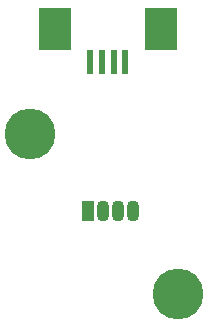
<source format=gbr>
%TF.GenerationSoftware,KiCad,Pcbnew,8.0.6*%
%TF.CreationDate,2025-02-12T13:55:56-05:00*%
%TF.ProjectId,module led,6d6f6475-6c65-4206-9c65-642e6b696361,rev?*%
%TF.SameCoordinates,Original*%
%TF.FileFunction,Soldermask,Top*%
%TF.FilePolarity,Negative*%
%FSLAX46Y46*%
G04 Gerber Fmt 4.6, Leading zero omitted, Abs format (unit mm)*
G04 Created by KiCad (PCBNEW 8.0.6) date 2025-02-12 13:55:56*
%MOMM*%
%LPD*%
G01*
G04 APERTURE LIST*
%ADD10R,1.070000X1.800000*%
%ADD11O,1.070000X1.800000*%
%ADD12R,0.610000X2.000000*%
%ADD13R,2.680000X3.600000*%
%ADD14C,4.300000*%
G04 APERTURE END LIST*
D10*
%TO.C,D1*%
X98338551Y-99954948D03*
D11*
X99608551Y-99954948D03*
X100878551Y-99954948D03*
X102148551Y-99954948D03*
%TD*%
D12*
%TO.C,J2*%
X101550000Y-87340000D03*
X100550000Y-87340000D03*
X99550000Y-87340000D03*
X98550000Y-87340000D03*
D13*
X104540000Y-84540000D03*
X95560000Y-84540000D03*
%TD*%
D14*
%TO.C,H1*%
X93500000Y-93500000D03*
%TD*%
%TO.C,H3*%
X106000000Y-107000000D03*
%TD*%
M02*

</source>
